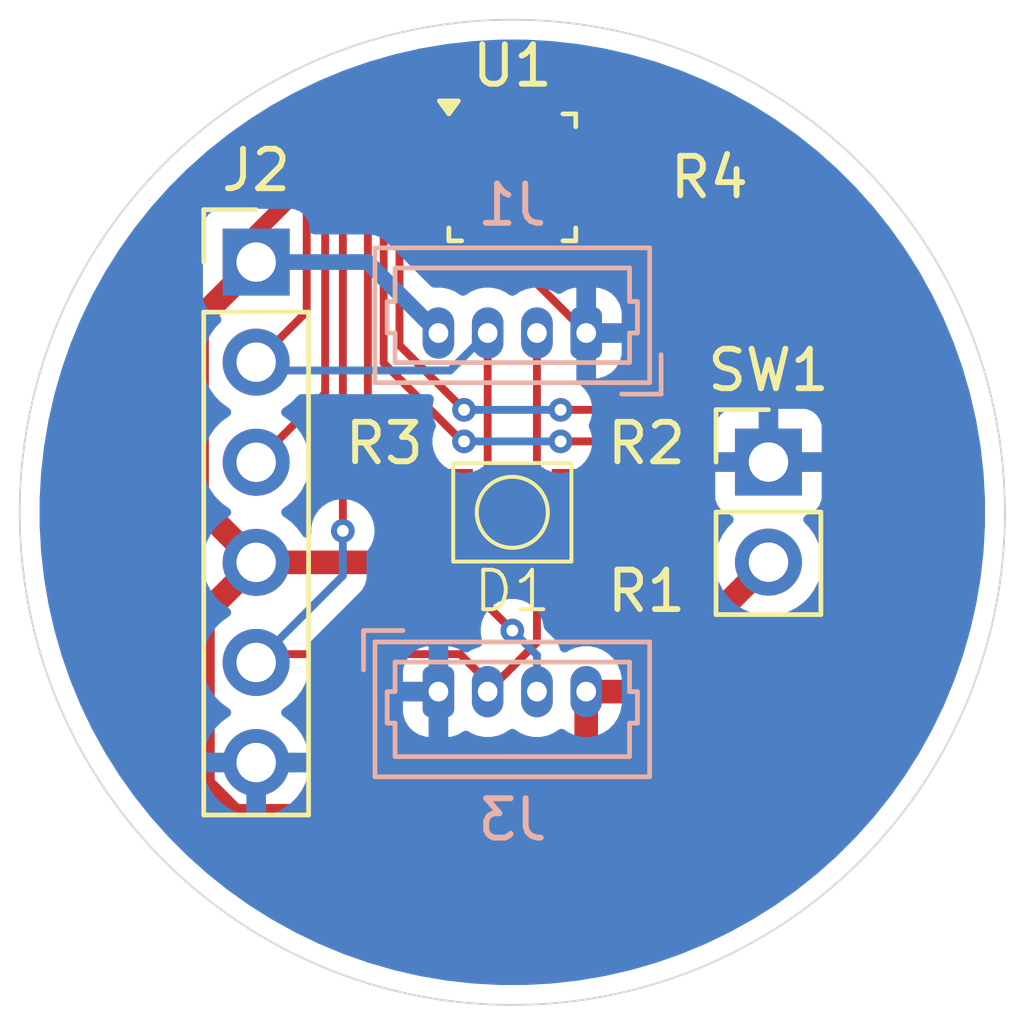
<source format=kicad_pcb>
(kicad_pcb (version 20241229) (generator "pcbnew") (generator_version "9.0")
  (layers (0 "F.Cu" signal) (2 "B.Cu" signal) (13 "F.Paste" user) (15 "B.Paste" user) (5 "F.SilkS" user "F.Silkscreen") (7 "B.SilkS" user "B.Silkscreen") (1 "F.Mask" user) (3 "B.Mask" user) (25 "Edge.Cuts" user))
  (net 0 "")
  (net 1 "Net-(D1---Pad3)")
  (net 2 "Net-(D1---Pad1)")
  (net 3 "Net-(D1---Pad4)")
  (net 4 "PROG 5V")
  (net 5 "PROG SCK")
  (net 6 "PROG GND")
  (net 7 "PROG MOSI")
  (net 8 "PROG MISO")
  (net 9 "R")
  (net 10 "G")
  (net 11 "B")
  (net 12 "Net-(U1-~{RESET}{slash}PB3)")
  (footprint "Resistor_SMD:R_0201_0603Metric" (layer "F.Cu") (at 103.405 100.75 180)
    (property "Reference" "R1" (at 0 -1.25 0) (layer "F.SilkS"))
    (property "Value" "150" (hide yes))
    (pad "1" smd roundrect (at -0.32 0 180) (size 0.46 0.4) (layers "F.Cu" "F.Mask") (net 9 "R"))
    (pad "2" smd roundrect (at 0.32 0 180) (size 0.46 0.4) (layers "F.Cu" "F.Mask") (net 2 "Net-(D1---Pad1)"))
  )
  (footprint "Resistor_SMD:R_0201_0603Metric" (layer "F.Cu") (at 103.155 91.5)
    (property "Reference" "R4" (at 1.845 0 0) (layer "F.SilkS"))
    (property "Value" "10k" (hide yes))
    (pad "1" smd roundrect (at -0.32 0) (size 0.46 0.4) (layers "F.Cu" "F.Mask") (net 12 "Net-(U1-~{RESET}{slash}PB3)"))
    (pad "2" smd roundrect (at 0.32 0) (size 0.46 0.4) (layers "F.Cu" "F.Mask") (net 4 "PROG 5V"))
  )
  (footprint "Resistor_SMD:R_0201_0603Metric" (layer "F.Cu") (at 103.405 99.25 180)
    (property "Reference" "R2" (at 0 1 0) (layer "F.SilkS"))
    (property "Value" "100" (hide yes))
    (pad "1" smd roundrect (at -0.32 0 180) (size 0.46 0.4) (layers "F.Cu" "F.Mask") (net 10 "G"))
    (pad "2" smd roundrect (at 0.32 0 180) (size 0.46 0.4) (layers "F.Cu" "F.Mask") (net 1 "Net-(D1---Pad3)"))
  )
  (footprint "Connector_PinHeader_2.54mm:PinHeader_1x06_P2.54mm_Vertical" (layer "F.Cu") (at 93.5 93.65)
    (property "Reference" "J2" (at 0 -2.33 0) (layer "F.SilkS"))
    (property "Value" "Prog Header")
    (fp_line (start -1.33 -1.33) (end 0 -1.33) (stroke (width 0.12)) (layer "F.SilkS"))
    (fp_line (start -1.33 0) (end -1.33 -1.33) (stroke (width 0.12)) (layer "F.SilkS"))
    (fp_line (start -1.33 1.27) (end -1.33 14.03) (stroke (width 0.12)) (layer "F.SilkS"))
    (fp_line (start -1.33 1.27) (end 1.33 1.27) (stroke (width 0.12)) (layer "F.SilkS"))
    (fp_line (start -1.33 14.03) (end 1.33 14.03) (stroke (width 0.12)) (layer "F.SilkS"))
    (fp_line (start 1.33 1.27) (end 1.33 14.03) (stroke (width 0.12)) (layer "F.SilkS"))
    (pad "1" thru_hole rect (at 0 0) (size 1.7 1.7) (drill 1) (layers "*.Cu" "*.Mask") (net 4 "PROG 5V"))
    (pad "2" thru_hole oval (at 0 2.54) (size 1.7 1.7) (drill 1) (layers "*.Cu" "*.Mask") (net 7 "PROG MOSI"))
    (pad "3" thru_hole oval (at 0 5.08) (size 1.7 1.7) (drill 1) (layers "*.Cu" "*.Mask") (net 8 "PROG MISO"))
    (pad "4" thru_hole oval (at 0 7.62) (size 1.7 1.7) (drill 1) (layers "*.Cu" "*.Mask") (net 4 "PROG 5V"))
    (pad "5" thru_hole oval (at 0 10.16) (size 1.7 1.7) (drill 1) (layers "*.Cu" "*.Mask") (net 5 "PROG SCK"))
    (pad "6" thru_hole oval (at 0 12.7) (size 1.7 1.7) (drill 1) (layers "*.Cu" "*.Mask") (net 6 "PROG GND"))
  )
  (footprint "Resistor_SMD:R_0201_0603Metric" (layer "F.Cu") (at 96.655 99.25 180)
    (property "Reference" "R3" (at -0.095 1 0) (layer "F.SilkS"))
    (property "Value" "100" (hide yes))
    (pad "1" smd roundrect (at -0.32 0 180) (size 0.46 0.4) (layers "F.Cu" "F.Mask") (net 3 "Net-(D1---Pad4)"))
    (pad "2" smd roundrect (at 0.32 0 180) (size 0.46 0.4) (layers "F.Cu" "F.Mask") (net 11 "B"))
  )
  (footprint "XL-3528RGBW-HM:XL-3528RGBW-HM" (layer "F.Cu") (at 100 100)
    (property "Reference" "D1" (at 0 2 0) (layer "F.SilkS") (effects (font (thickness 0.1))))
    (property "Value" "RGBW LED" (hide yes))
    (fp_rect (start -1.5 -1.25) (end 1.5 1.25) (stroke (width 0.1)) (fill no) (layer "F.SilkS"))
    (fp_circle (center 0 0) (end 0.5 -0.75) (stroke (width 0.1)) (fill no) (layer "F.SilkS"))
    (pad "1" smd rect (at 1.375 0.725) (size 0.75 0.75) (layers "F.Cu" "F.Mask" "F.Paste") (net 2 "Net-(D1---Pad1)"))
    (pad "2" smd rect (at -1.375 0.725) (size 0.75 0.75) (layers "F.Cu" "F.Mask" "F.Paste") (net 4 "PROG 5V"))
    (pad "3" smd rect (at 1.375 -0.725) (size 0.75 0.75) (layers "F.Cu" "F.Mask" "F.Paste") (net 1 "Net-(D1---Pad3)"))
    (pad "4" smd rect (at -1.375 -0.725) (size 0.75 0.75) (layers "F.Cu" "F.Mask" "F.Paste") (net 3 "Net-(D1---Pad4)"))
  )
  (footprint "Package_DFN_QFN:QFN-20-1EP_3x3mm_P0.45mm_EP1.6x1.6mm" (layer "F.Cu") (at 100 91.5)
    (property "Reference" "U1" (at 0 -2.83 0) (layer "F.SilkS"))
    (property "Value" "ATtiny84A-MM" (hide yes))
    (fp_line (start -1.61 1.61) (end -1.61 1.285) (stroke (width 0.12)) (layer "F.SilkS"))
    (fp_line (start -1.285 1.61) (end -1.61 1.61) (stroke (width 0.12)) (layer "F.SilkS"))
    (fp_line (start 1.285 -1.61) (end 1.61 -1.61) (stroke (width 0.12)) (layer "F.SilkS"))
    (fp_line (start 1.285 1.61) (end 1.61 1.61) (stroke (width 0.12)) (layer "F.SilkS"))
    (fp_line (start 1.61 -1.61) (end 1.61 -1.285) (stroke (width 0.12)) (layer "F.SilkS"))
    (fp_line (start 1.61 1.61) (end 1.61 1.285) (stroke (width 0.12)) (layer "F.SilkS"))
    (fp_poly (pts (xy -1.61 -1.61) (xy -1.85 -1.94) (xy -1.37 -1.94) (xy -1.61 -1.61)) (stroke (width 0.12)) (fill yes) (layer "F.SilkS"))
    (pad "1" smd custom (at -1.45 -0.9) (size 0.143934 0.143934) (layers "F.Cu" "F.Mask" "F.Paste") (net 5 "PROG SCK") (options (clearance outline) (anchor circle)) (primitives (gr_poly (pts (xy -0.375 -0.075) (xy 0.254289 -0.075) (xy 0.375 0.045711) (xy 0.375 0.075) (xy -0.375 0.075)) (width 0.1) (fill yes))))
    (pad "2" smd roundrect (at -1.45 -0.45) (size 0.85 0.25) (layers "F.Cu" "F.Mask" "F.Paste"))
    (pad "3" smd roundrect (at -1.45 0) (size 0.85 0.25) (layers "F.Cu" "F.Mask" "F.Paste") (net 11 "B"))
    (pad "4" smd roundrect (at -1.45 0.45) (size 0.85 0.25) (layers "F.Cu" "F.Mask" "F.Paste") (net 10 "G"))
    (pad "5" smd custom (at -1.45 0.9) (size 0.143934 0.143934) (layers "F.Cu" "F.Mask" "F.Paste") (net 9 "R") (options (clearance outline) (anchor circle)) (primitives (gr_poly (pts (xy -0.375 -0.075) (xy 0.375 -0.075) (xy 0.375 -0.045711) (xy 0.254289 0.075) (xy -0.375 0.075)) (width 0.1) (fill yes))))
    (pad "6" smd custom (at -0.9 1.45) (size 0.143934 0.143934) (layers "F.Cu" "F.Mask" "F.Paste") (options (clearance outline) (anchor circle)) (primitives (gr_poly (pts (xy -0.075 -0.254289) (xy 0.045711 -0.375) (xy 0.075 -0.375) (xy 0.075 0.375) (xy -0.075 0.375)) (width 0.1) (fill yes))))
    (pad "7" smd roundrect (at -0.45 1.45) (size 0.25 0.85) (layers "F.Cu" "F.Mask" "F.Paste"))
    (pad "8" smd roundrect (at 0 1.45) (size 0.25 0.85) (layers "F.Cu" "F.Mask" "F.Paste") (net 6 "PROG GND"))
    (pad "9" smd roundrect (at 0.45 1.45) (size 0.25 0.85) (layers "F.Cu" "F.Mask" "F.Paste") (net 4 "PROG 5V"))
    (pad "10" smd custom (at 0.9 1.45) (size 0.143934 0.143934) (layers "F.Cu" "F.Mask" "F.Paste") (options (clearance outline) (anchor circle)) (primitives (gr_poly (pts (xy -0.075 -0.375) (xy -0.045711 -0.375) (xy 0.075 -0.254289) (xy 0.075 0.375) (xy -0.075 0.375)) (width 0.1) (fill yes))))
    (pad "11" smd custom (at 1.45 0.9) (size 0.143934 0.143934) (layers "F.Cu" "F.Mask" "F.Paste") (options (clearance outline) (anchor circle)) (primitives (gr_poly (pts (xy -0.375 -0.075) (xy 0.375 -0.075) (xy 0.375 0.075) (xy -0.254289 0.075) (xy -0.375 -0.045711)) (width 0.1) (fill yes))))
    (pad "12" smd roundrect (at 1.45 0.45) (size 0.85 0.25) (layers "F.Cu" "F.Mask" "F.Paste"))
    (pad "13" smd roundrect (at 1.45 0) (size 0.85 0.25) (layers "F.Cu" "F.Mask" "F.Paste") (net 12 "Net-(U1-~{RESET}{slash}PB3)"))
    (pad "14" smd roundrect (at 1.45 -0.45) (size 0.85 0.25) (layers "F.Cu" "F.Mask" "F.Paste"))
    (pad "15" smd custom (at 1.45 -0.9) (size 0.143934 0.143934) (layers "F.Cu" "F.Mask" "F.Paste") (options (clearance outline) (anchor circle)) (primitives (gr_poly (pts (xy -0.375 0.045711) (xy -0.254289 -0.075) (xy 0.375 -0.075) (xy 0.375 0.075) (xy -0.375 0.075)) (width 0.1) (fill yes))))
    (pad "16" smd custom (at 0.9 -1.45) (size 0.143934 0.143934) (layers "F.Cu" "F.Mask" "F.Paste") (net 7 "PROG MOSI") (options (clearance outline) (anchor circle)) (primitives (gr_poly (pts (xy -0.075 -0.375) (xy 0.075 -0.375) (xy 0.075 0.254289) (xy -0.045711 0.375) (xy -0.075 0.375)) (width 0.1) (fill yes))))
    (pad "17" smd roundrect (at 0.45 -1.45) (size 0.25 0.85) (layers "F.Cu" "F.Mask" "F.Paste"))
    (pad "18" smd roundrect (at 0 -1.45) (size 0.25 0.85) (layers "F.Cu" "F.Mask" "F.Paste"))
    (pad "19" smd roundrect (at -0.45 -1.45) (size 0.25 0.85) (layers "F.Cu" "F.Mask" "F.Paste"))
    (pad "20" smd custom (at -0.9 -1.45) (size 0.143934 0.143934) (layers "F.Cu" "F.Mask" "F.Paste") (net 8 "PROG MISO") (options (clearance outline) (anchor circle)) (primitives (gr_poly (pts (xy -0.075 -0.375) (xy 0.075 -0.375) (xy 0.075 0.375) (xy 0.045711 0.375) (xy -0.075 0.254289)) (width 0.1) (fill yes))))
    (pad "21" smd rect (at 0 0) (size 1.6 1.6) (property pad_prop_heatsink) (layers "F.Cu" "F.Mask") (net 6 "PROG GND"))
  )
  (footprint "Connector_PinHeader_2.54mm:PinHeader_1x02_P2.54mm_Vertical" (layer "F.Cu") (at 106.5 98.725)
    (property "Reference" "SW1" (at 0 -2.33 0) (layer "F.SilkS"))
    (property "Value" "SW_Push")
    (fp_line (start -1.33 -1.33) (end 0 -1.33) (stroke (width 0.12)) (layer "F.SilkS"))
    (fp_line (start -1.33 0) (end -1.33 -1.33) (stroke (width 0.12)) (layer "F.SilkS"))
    (fp_line (start -1.33 1.27) (end -1.33 3.87) (stroke (width 0.12)) (layer "F.SilkS"))
    (fp_line (start -1.33 1.27) (end 1.33 1.27) (stroke (width 0.12)) (layer "F.SilkS"))
    (fp_line (start -1.33 3.87) (end 1.33 3.87) (stroke (width 0.12)) (layer "F.SilkS"))
    (fp_line (start 1.33 1.27) (end 1.33 3.87) (stroke (width 0.12)) (layer "F.SilkS"))
    (pad "1" thru_hole rect (at 0 0) (size 1.7 1.7) (drill 1) (layers "*.Cu" "*.Mask") (net 6 "PROG GND"))
    (pad "2" thru_hole oval (at 0 2.54) (size 1.7 1.7) (drill 1) (layers "*.Cu" "*.Mask") (net 4 "PROG 5V"))
  )
  (footprint "Connector_Molex:Molex_PicoBlade_53047-0410_1x04_P1.25mm_Vertical" (layer "B.Cu") (at 98.125 104.55)
    (property "Reference" "J3" (at 1.88 3.25 0) (layer "B.SilkS") (effects (justify mirror)))
    (property "Value" "530470410" (hide yes))
    (fp_line (start -1.9 -1.55) (end -1.9 -0.55) (stroke (width 0.12)) (layer "B.SilkS"))
    (fp_line (start -1.9 -1.55) (end -0.9 -1.55) (stroke (width 0.12)) (layer "B.SilkS"))
    (fp_line (start -1.61 -1.26) (end 5.36 -1.26) (stroke (width 0.12)) (layer "B.SilkS"))
    (fp_line (start -1.61 2.16) (end -1.61 -1.26) (stroke (width 0.12)) (layer "B.SilkS"))
    (fp_line (start -1.3 0) (end -1.3 0.8) (stroke (width 0.12)) (layer "B.SilkS"))
    (fp_line (start -1.3 0.8) (end -1.1 0.8) (stroke (width 0.12)) (layer "B.SilkS"))
    (fp_line (start -1.1 -0.75) (end -1.1 0) (stroke (width 0.12)) (layer "B.SilkS"))
    (fp_line (start -1.1 0) (end -1.3 0) (stroke (width 0.12)) (layer "B.SilkS"))
    (fp_line (start -1.1 0.8) (end -1.1 1.65) (stroke (width 0.12)) (layer "B.SilkS"))
    (fp_line (start -1.1 1.65) (end 1.875 1.65) (stroke (width 0.12)) (layer "B.SilkS"))
    (fp_line (start 1.875 -0.75) (end -1.1 -0.75) (stroke (width 0.12)) (layer "B.SilkS"))
    (fp_line (start 1.875 -0.75) (end 4.85 -0.75) (stroke (width 0.12)) (layer "B.SilkS"))
    (fp_line (start 4.85 -0.75) (end 4.85 0) (stroke (width 0.12)) (layer "B.SilkS"))
    (fp_line (start 4.85 0) (end 5.05 0) (stroke (width 0.12)) (layer "B.SilkS"))
    (fp_line (start 4.85 0.8) (end 4.85 1.65) (stroke (width 0.12)) (layer "B.SilkS"))
    (fp_line (start 4.85 1.65) (end 1.875 1.65) (stroke (width 0.12)) (layer "B.SilkS"))
    (fp_line (start 5.05 0) (end 5.05 0.8) (stroke (width 0.12)) (layer "B.SilkS"))
    (fp_line (start 5.05 0.8) (end 4.85 0.8) (stroke (width 0.12)) (layer "B.SilkS"))
    (fp_line (start 5.36 -1.26) (end 5.36 2.16) (stroke (width 0.12)) (layer "B.SilkS"))
    (fp_line (start 5.36 2.16) (end -1.61 2.16) (stroke (width 0.12)) (layer "B.SilkS"))
    (pad "1" thru_hole roundrect (at 0 0) (size 0.8 1.3) (drill 0.5) (layers "*.Cu" "*.Mask") (net 6 "PROG GND"))
    (pad "2" thru_hole oval (at 1.25 0) (size 0.8 1.3) (drill 0.5) (layers "*.Cu" "*.Mask") (net 5 "PROG SCK"))
    (pad "3" thru_hole oval (at 2.5 0) (size 0.8 1.3) (drill 0.5) (layers "*.Cu" "*.Mask") (net 7 "PROG MOSI"))
    (pad "4" thru_hole oval (at 3.75 0) (size 0.8 1.3) (drill 0.5) (layers "*.Cu" "*.Mask") (net 4 "PROG 5V"))
  )
  (footprint "Connector_Molex:Molex_PicoBlade_53047-0410_1x04_P1.25mm_Vertical" (layer "B.Cu") (at 101.875 95.45 180)
    (property "Reference" "J1" (at 1.88 3.25 0) (layer "B.SilkS") (effects (justify mirror)))
    (property "Value" "530470410" (hide yes))
    (fp_line (start 5.36 2.16) (end -1.61 2.16) (stroke (width 0.12)) (layer "B.SilkS"))
    (fp_line (start 5.36 -1.26) (end 5.36 2.16) (stroke (width 0.12)) (layer "B.SilkS"))
    (fp_line (start 5.05 0.8) (end 4.85 0.8) (stroke (width 0.12)) (layer "B.SilkS"))
    (fp_line (start 5.05 0) (end 5.05 0.8) (stroke (width 0.12)) (layer "B.SilkS"))
    (fp_line (start 4.85 1.65) (end 1.875 1.65) (stroke (width 0.12)) (layer "B.SilkS"))
    (fp_line (start 4.85 0.8) (end 4.85 1.65) (stroke (width 0.12)) (layer "B.SilkS"))
    (fp_line (start 4.85 0) (end 5.05 0) (stroke (width 0.12)) (layer "B.SilkS"))
    (fp_line (start 4.85 -0.75) (end 4.85 0) (stroke (width 0.12)) (layer "B.SilkS"))
    (fp_line (start 1.875 -0.75) (end 4.85 -0.75) (stroke (width 0.12)) (layer "B.SilkS"))
    (fp_line (start 1.875 -0.75) (end -1.1 -0.75) (stroke (width 0.12)) (layer "B.SilkS"))
    (fp_line (start -1.1 1.65) (end 1.875 1.65) (stroke (width 0.12)) (layer "B.SilkS"))
    (fp_line (start -1.1 0.8) (end -1.1 1.65) (stroke (width 0.12)) (layer "B.SilkS"))
    (fp_line (start -1.1 0) (end -1.3 0) (stroke (width 0.12)) (layer "B.SilkS"))
    (fp_line (start -1.1 -0.75) (end -1.1 0) (stroke (width 0.12)) (layer "B.SilkS"))
    (fp_line (start -1.3 0.8) (end -1.1 0.8) (stroke (width 0.12)) (layer "B.SilkS"))
    (fp_line (start -1.3 0) (end -1.3 0.8) (stroke (width 0.12)) (layer "B.SilkS"))
    (fp_line (start -1.61 2.16) (end -1.61 -1.26) (stroke (width 0.12)) (layer "B.SilkS"))
    (fp_line (start -1.61 -1.26) (end 5.36 -1.26) (stroke (width 0.12)) (layer "B.SilkS"))
    (fp_line (start -1.9 -1.55) (end -0.9 -1.55) (stroke (width 0.12)) (layer "B.SilkS"))
    (fp_line (start -1.9 -1.55) (end -1.9 -0.55) (stroke (width 0.12)) (layer "B.SilkS"))
    (pad "1" thru_hole roundrect (at 0 0 180) (size 0.8 1.3) (drill 0.5) (layers "*.Cu" "*.Mask") (net 6 "PROG GND"))
    (pad "2" thru_hole oval (at 1.25 0 180) (size 0.8 1.3) (drill 0.5) (layers "*.Cu" "*.Mask") (net 5 "PROG SCK"))
    (pad "3" thru_hole oval (at 2.5 0 180) (size 0.8 1.3) (drill 0.5) (layers "*.Cu" "*.Mask") (net 7 "PROG MOSI"))
    (pad "4" thru_hole oval (at 3.75 0 180) (size 0.8 1.3) (drill 0.5) (layers "*.Cu" "*.Mask") (net 4 "PROG 5V"))
  )
  (gr_circle (center 100 100) (end 112.5 100) (stroke (width 0.05)) (fill no) (layer "Edge.Cuts"))
  (segment (start 103.06 99.275) (end 103.085 99.25) (width 0.2) (layer "F.Cu") (net 1))
  (segment (start 101.375 99.275) (end 103.06 99.275) (width 0.2) (layer "F.Cu") (net 1))
  (segment (start 103.085 100.75) (end 101.4 100.75) (width 0.2) (layer "F.Cu") (net 2))
  (segment (start 101.4 100.75) (end 101.375 100.725) (width 0.2) (layer "F.Cu") (net 2))
  (segment (start 96.975 99.25) (end 98.6 99.25) (width 0.2) (layer "F.Cu") (net 3))
  (segment (start 98.6 99.25) (end 98.625 99.275) (width 0.2) (layer "F.Cu") (net 3))
  (segment (start 101.875 105.8) (end 99.974 107.701) (width 0.6) (layer "F.Cu") (net 4))
  (segment (start 99.974 107.701) (end 92.940397 107.701) (width 0.6) (layer "F.Cu") (net 4))
  (segment (start 101.875 104.55) (end 101.875 105.8) (width 0.6) (layer "F.Cu") (net 4))
  (segment (start 100.89605 93.90395) (end 102.29605 93.90395) (width 0.2) (layer "F.Cu") (net 4))
  (segment (start 100.45 93.4579) (end 100.89605 93.90395) (width 0.2) (layer "F.Cu") (net 4))
  (segment (start 103.475 92.725) (end 103.475 91.5) (width 0.2) (layer "F.Cu") (net 4))
  (segment (start 103.215 104.55) (end 106.5 101.265) (width 0.6) (layer "F.Cu") (net 4))
  (segment (start 101.875 104.55) (end 103.215 104.55) (width 0.6) (layer "F.Cu") (net 4))
  (segment (start 102.29605 93.90395) (end 103.475 92.725) (width 0.2) (layer "F.Cu") (net 4))
  (segment (start 101.089292 88.813) (end 103.475 91.198708) (width 0.4) (layer "F.Cu") (net 4))
  (segment (start 97.587 88.813) (end 101.089292 88.813) (width 0.4) (layer "F.Cu") (net 4))
  (segment (start 93.5 101.27) (end 92 99.77) (width 0.6) (layer "F.Cu") (net 4))
  (segment (start 93.5 92.9) (end 97.587 88.813) (width 0.4) (layer "F.Cu") (net 4))
  (segment (start 103.475 91.198708) (end 103.475 91.5) (width 0.4) (layer "F.Cu") (net 4))
  (segment (start 92 99.77) (end 92 95.15) (width 0.6) (layer "F.Cu") (net 4))
  (segment (start 92.940397 107.701) (end 92.149 106.909603) (width 0.6) (layer "F.Cu") (net 4))
  (segment (start 92.149 102.621) (end 93.5 101.27) (width 0.6) (layer "F.Cu") (net 4))
  (segment (start 92 95.15) (end 93.5 93.65) (width 0.6) (layer "F.Cu") (net 4))
  (segment (start 100.45 92.95) (end 100.45 93.4579) (width 0.2) (layer "F.Cu") (net 4))
  (segment (start 98.08 101.27) (end 98.625 100.725) (width 0.6) (layer "F.Cu") (net 4))
  (segment (start 93.5 101.27) (end 98.08 101.27) (width 0.6) (layer "F.Cu") (net 4))
  (segment (start 93.5 93.65) (end 93.5 92.9) (width 0.4) (layer "F.Cu") (net 4))
  (segment (start 92.149 106.909603) (end 92.149 102.621) (width 0.6) (layer "F.Cu") (net 4))
  (segment (start 93.5 93.65) (end 96.325 93.65) (width 0.4) (layer "B.Cu") (net 4))
  (segment (start 96.325 93.65) (end 98.125 95.45) (width 0.4) (layer "B.Cu") (net 4))
  (segment (start 93.711 103.599) (end 98.674 103.599) (width 0.2) (layer "F.Cu") (net 5))
  (segment (start 100.625 103.3) (end 99.375 104.55) (width 0.2) (layer "F.Cu") (net 5))
  (segment (start 98.55 90.6) (end 97.7329 90.6) (width 0.2) (layer "F.Cu") (net 5))
  (segment (start 95.7 92.6329) (end 95.7 100.47) (width 0.2) (layer "F.Cu") (net 5))
  (segment (start 99.375 104.3) (end 99.375 104.55) (width 0.2) (layer "F.Cu") (net 5))
  (segment (start 97.7329 90.6) (end 95.7 92.6329) (width 0.2) (layer "F.Cu") (net 5))
  (segment (start 98.674 103.599) (end 99.375 104.3) (width 0.2) (layer "F.Cu") (net 5))
  (segment (start 100.625 95.45) (end 100.625 103.3) (width 0.2) (layer "F.Cu") (net 5))
  (segment (start 93.5 103.81) (end 93.711 103.599) (width 0.2) (layer "F.Cu") (net 5))
  (via (at 95.7 100.47) (size 0.6) (drill 0.3) (layers "F.Cu" "B.Cu") (net 5))
  (segment (start 95.7 101.61) (end 93.5 103.81) (width 0.2) (layer "B.Cu") (net 5))
  (segment (start 95.7 100.47) (end 95.7 101.61) (width 0.2) (layer "B.Cu") (net 5))
  (segment (start 100 93.575) (end 100 92.95) (width 0.2) (layer "F.Cu") (net 6))
  (segment (start 101.875 95.45) (end 100 93.575) (width 0.2) (layer "F.Cu") (net 6))
  (segment (start 100 92.95) (end 100 91.5) (width 0.2) (layer "F.Cu") (net 6))
  (segment (start 93.5 96.19) (end 94.78355 94.90645) (width 0.2) (layer "F.Cu") (net 7))
  (segment (start 99.375 102.375) (end 99.375 95.45) (width 0.2) (layer "F.Cu") (net 7))
  (segment (start 94.78355 94.90645) (end 94.78355 92.32497) (width 0.2) (layer "F.Cu") (net 7))
  (segment (start 100.654798 89.314) (end 100.9 89.559202) (width 0.2) (layer "F.Cu") (net 7))
  (segment (start 97.79452 89.314) (end 100.654798 89.314) (width 0.2) (layer "F.Cu") (net 7))
  (segment (start 100.9 89.559202) (end 100.9 90.05) (width 0.2) (layer "F.Cu") (net 7))
  (segment (start 100 103) (end 99.375 102.375) (width 0.2) (layer "F.Cu") (net 7))
  (segment (start 94.78355 92.32497) (end 97.79452 89.314) (width 0.2) (layer "F.Cu") (net 7))
  (via (at 100 103) (size 0.6) (drill 0.3) (layers "F.Cu" "B.Cu") (net 7))
  (segment (start 98.424 96.401) (end 93.711 96.401) (width 0.2) (layer "B.Cu") (net 7))
  (segment (start 100.625 103.625) (end 100.625 104.55) (width 0.2) (layer "B.Cu") (net 7))
  (segment (start 99.375 95.45) (end 98.424 96.401) (width 0.2) (layer "B.Cu") (net 7))
  (segment (start 100 103) (end 100.625 103.625) (width 0.2) (layer "B.Cu") (net 7))
  (segment (start 93.711 96.401) (end 93.5 96.19) (width 0.2) (layer "B.Cu") (net 7))
  (segment (start 97.77562 89.9) (end 98.95 89.9) (width 0.2) (layer "F.Cu") (net 8))
  (segment (start 98.95 89.9) (end 99.1 90.05) (width 0.2) (layer "F.Cu") (net 8))
  (segment (start 93.5 98.73) (end 95.25 96.98) (width 0.2) (layer "F.Cu") (net 8))
  (segment (start 95.25 96.98) (end 95.25 92.42562) (width 0.2) (layer "F.Cu") (net 8))
  (segment (start 95.25 92.42562) (end 97.77562 89.9) (width 0.2) (layer "F.Cu") (net 8))
  (segment (start 102.67487 97.4) (end 104.256 98.98113) (width 0.2) (layer "F.Cu") (net 9))
  (segment (start 97.137 95.3) (end 97.137 95.762) (width 0.2) (layer "F.Cu") (net 9))
  (segment (start 97.6342 92.4) (end 97.137 92.8972) (width 0.2) (layer "F.Cu") (net 9))
  (segment (start 98.55 92.4) (end 97.7 92.4) (width 0.2) (layer "F.Cu") (net 9))
  (segment (start 97.137 92.8972) (end 97.137 95.3) (width 0.2) (layer "F.Cu") (net 9))
  (segment (start 104.256 100.219) (end 103.725 100.75) (width 0.2) (layer "F.Cu") (net 9))
  (segment (start 104.256 98.98113) (end 104.256 100.219) (width 0.2) (layer "F.Cu") (net 9))
  (segment (start 97.137 95.762) (end 98.775 97.4) (width 0.2) (layer "F.Cu") (net 9))
  (segment (start 97.7 92.4) (end 97.6342 92.4) (width 0.2) (layer "F.Cu") (net 9))
  (segment (start 101.225 97.4) (end 102.67487 97.4) (width 0.2) (layer "F.Cu") (net 9))
  (via (at 98.775 97.4) (size 0.6) (drill 0.3) (layers "F.Cu" "B.Cu") (net 9))
  (via (at 101.225 97.4) (size 0.6) (drill 0.3) (layers "F.Cu" "B.Cu") (net 9))
  (segment (start 98.775 97.4) (end 101.225 97.4) (width 0.2) (layer "B.Cu") (net 9))
  (segment (start 102.874999 98.2) (end 103.725 99.050001) (width 0.2) (layer "F.Cu") (net 10))
  (segment (start 96.736 96.210943) (end 98.72506 98.200003) (width 0.2) (layer "F.Cu") (net 10))
  (segment (start 98.72506 98.200003) (end 98.775 98.200003) (width 0.2) (layer "F.Cu") (net 10))
  (segment (start 96.736 95.361) (end 96.736 96.210943) (width 0.2) (layer "F.Cu") (net 10))
  (segment (start 101.225 98.2) (end 102.874999 98.2) (width 0.2) (layer "F.Cu") (net 10))
  (segment (start 103.725 99.050001) (end 103.725 99.25) (width 0.2) (layer "F.Cu") (net 10))
  (segment (start 96.736 92.7311) (end 96.736 95.361) (width 0.2) (layer "F.Cu") (net 10))
  (segment (start 98.55 91.95) (end 97.5171 91.95) (width 0.2) (layer "F.Cu") (net 10))
  (segment (start 97.5171 91.95) (end 96.736 92.7311) (width 0.2) (layer "F.Cu") (net 10))
  (via (at 98.775 98.200003) (size 0.6) (drill 0.3) (layers "F.Cu" "B.Cu") (net 10))
  (via (at 101.225 98.2) (size 0.6) (drill 0.3) (layers "F.Cu" "B.Cu") (net 10))
  (segment (start 98.775 98.200003) (end 101.224997 98.200003) (width 0.2) (layer "B.Cu") (net 10))
  (segment (start 101.224997 98.200003) (end 101.225 98.2) (width 0.2) (layer "B.Cu") (net 10))
  (segment (start 97.4 91.5) (end 98.55 91.5) (width 0.2) (layer "F.Cu") (net 11))
  (segment (start 96.335 92.565) (end 97.4 91.5) (width 0.2) (layer "F.Cu") (net 11))
  (segment (start 96.335 99.25) (end 96.335 92.565) (width 0.2) (layer "F.Cu") (net 11))
  (segment (start 101.45 91.5) (end 102.835 91.5) (width 0.2) (layer "F.Cu") (net 12))
  (zone (net 6) (net_name "PROG GND") (layer "B.Cu") (connect_pads (clearance 0.5)) (min_thickness 0.25) (fill yes (thermal_gap 0.5) (thermal_bridge_width 0.5))
    (polygon (pts (xy 113 87) (xy 113 113) (xy 87 113) (xy 87 87)))
  )
)
</source>
